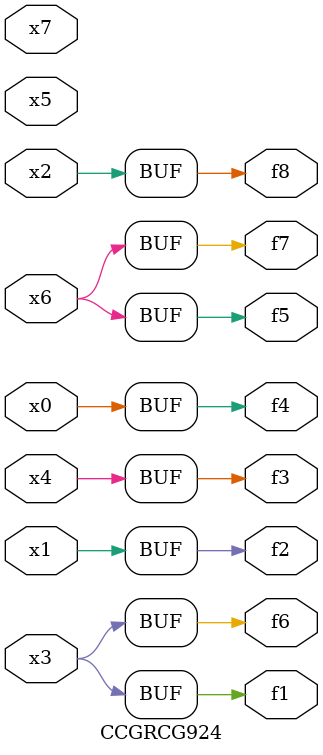
<source format=v>
module CCGRCG924(
	input x0, x1, x2, x3, x4, x5, x6, x7,
	output f1, f2, f3, f4, f5, f6, f7, f8
);
	assign f1 = x3;
	assign f2 = x1;
	assign f3 = x4;
	assign f4 = x0;
	assign f5 = x6;
	assign f6 = x3;
	assign f7 = x6;
	assign f8 = x2;
endmodule

</source>
